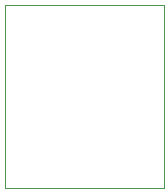
<source format=gbr>
G04 (created by PCBNEW (2013-jul-07)-stable) date Sun 10 Jul 2016 07:30:02 PM EDT*
%MOIN*%
G04 Gerber Fmt 3.4, Leading zero omitted, Abs format*
%FSLAX34Y34*%
G01*
G70*
G90*
G04 APERTURE LIST*
%ADD10C,0.00590551*%
%ADD11C,0.00393701*%
G04 APERTURE END LIST*
G54D10*
G54D11*
X23400Y-19900D02*
X23400Y-13800D01*
X18100Y-19900D02*
X23400Y-19900D01*
X18100Y-13800D02*
X18100Y-19900D01*
X23400Y-13800D02*
X18100Y-13800D01*
M02*

</source>
